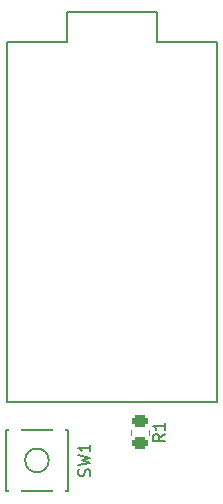
<source format=gto>
G04 #@! TF.GenerationSoftware,KiCad,Pcbnew,(6.0.5)*
G04 #@! TF.CreationDate,2022-09-29T20:04:46+08:00*
G04 #@! TF.ProjectId,4k-keypad-pro-micro,346b2d6b-6579-4706-9164-2d70726f2d6d,rev?*
G04 #@! TF.SameCoordinates,Original*
G04 #@! TF.FileFunction,Legend,Top*
G04 #@! TF.FilePolarity,Positive*
%FSLAX46Y46*%
G04 Gerber Fmt 4.6, Leading zero omitted, Abs format (unit mm)*
G04 Created by KiCad (PCBNEW (6.0.5)) date 2022-09-29 20:04:46*
%MOMM*%
%LPD*%
G01*
G04 APERTURE LIST*
G04 Aperture macros list*
%AMRoundRect*
0 Rectangle with rounded corners*
0 $1 Rounding radius*
0 $2 $3 $4 $5 $6 $7 $8 $9 X,Y pos of 4 corners*
0 Add a 4 corners polygon primitive as box body*
4,1,4,$2,$3,$4,$5,$6,$7,$8,$9,$2,$3,0*
0 Add four circle primitives for the rounded corners*
1,1,$1+$1,$2,$3*
1,1,$1+$1,$4,$5*
1,1,$1+$1,$6,$7*
1,1,$1+$1,$8,$9*
0 Add four rect primitives between the rounded corners*
20,1,$1+$1,$2,$3,$4,$5,0*
20,1,$1+$1,$4,$5,$6,$7,0*
20,1,$1+$1,$6,$7,$8,$9,0*
20,1,$1+$1,$8,$9,$2,$3,0*%
G04 Aperture macros list end*
%ADD10C,0.150000*%
%ADD11C,0.120000*%
%ADD12R,1.600000X1.600000*%
%ADD13C,1.600000*%
%ADD14R,1.100000X1.800000*%
%ADD15RoundRect,0.250000X-0.450000X0.262500X-0.450000X-0.262500X0.450000X-0.262500X0.450000X0.262500X0*%
%ADD16C,1.700000*%
%ADD17C,1.200000*%
%ADD18C,3.400000*%
G04 APERTURE END LIST*
D10*
X106862511Y-107695833D02*
X106910130Y-107552976D01*
X106910130Y-107314880D01*
X106862511Y-107219642D01*
X106814892Y-107172023D01*
X106719654Y-107124404D01*
X106624416Y-107124404D01*
X106529178Y-107172023D01*
X106481559Y-107219642D01*
X106433940Y-107314880D01*
X106386321Y-107505357D01*
X106338702Y-107600595D01*
X106291083Y-107648214D01*
X106195845Y-107695833D01*
X106100607Y-107695833D01*
X106005369Y-107648214D01*
X105957750Y-107600595D01*
X105910130Y-107505357D01*
X105910130Y-107267261D01*
X105957750Y-107124404D01*
X105910130Y-106791071D02*
X106910130Y-106552976D01*
X106195845Y-106362500D01*
X106910130Y-106172023D01*
X105910130Y-105933928D01*
X106910130Y-105029166D02*
X106910130Y-105600595D01*
X106910130Y-105314880D02*
X105910130Y-105314880D01*
X106052988Y-105410119D01*
X106148226Y-105505357D01*
X106195845Y-105600595D01*
X113227380Y-104147916D02*
X112751190Y-104481250D01*
X113227380Y-104719345D02*
X112227380Y-104719345D01*
X112227380Y-104338392D01*
X112275000Y-104243154D01*
X112322619Y-104195535D01*
X112417857Y-104147916D01*
X112560714Y-104147916D01*
X112655952Y-104195535D01*
X112703571Y-104243154D01*
X112751190Y-104338392D01*
X112751190Y-104719345D01*
X113227380Y-103195535D02*
X113227380Y-103766964D01*
X113227380Y-103481250D02*
X112227380Y-103481250D01*
X112370238Y-103576488D01*
X112465476Y-103671726D01*
X112513095Y-103766964D01*
X99793750Y-103762500D02*
X104993750Y-103762500D01*
X99793750Y-108962500D02*
X99793750Y-103762500D01*
X104993750Y-108962500D02*
X99793750Y-108962500D01*
X104993750Y-103762500D02*
X104993750Y-108962500D01*
X103393750Y-106362500D02*
G75*
G03*
X103393750Y-106362500I-1000000J0D01*
G01*
X112553750Y-68421250D02*
X112553750Y-70961250D01*
X104933750Y-70961250D02*
X104933750Y-68421250D01*
X99853750Y-70961250D02*
X99853750Y-101441250D01*
X117633750Y-101441250D02*
X99853750Y-101441250D01*
X117633750Y-70961250D02*
X117633750Y-101441250D01*
X99853750Y-70961250D02*
X104933750Y-70961250D01*
X112553750Y-70961250D02*
X117633750Y-70961250D01*
X104933750Y-68421250D02*
X112553750Y-68421250D01*
D11*
X111860000Y-103754186D02*
X111860000Y-104208314D01*
X110390000Y-103754186D02*
X110390000Y-104208314D01*
D12*
X101123750Y-72231250D03*
D13*
X101123750Y-74771250D03*
X101123750Y-77311250D03*
X101123750Y-79851250D03*
X101123750Y-82391250D03*
X101123750Y-84931250D03*
X101123750Y-87471250D03*
X101123750Y-90011250D03*
X101123750Y-92551250D03*
X101123750Y-95091250D03*
X101123750Y-97631250D03*
X101123750Y-100171250D03*
X116363750Y-100171250D03*
X116363750Y-97631250D03*
X116363750Y-95091250D03*
X116363750Y-92551250D03*
X116363750Y-90011250D03*
X116363750Y-87471250D03*
X116363750Y-84931250D03*
X116363750Y-82391250D03*
X116363750Y-79851250D03*
X116363750Y-77311250D03*
X116363750Y-74771250D03*
X116363750Y-72231250D03*
%LPC*%
D14*
X104243750Y-103262500D03*
X100543750Y-109462500D03*
X100543750Y-103262500D03*
X104243750Y-109462500D03*
D12*
X101123750Y-72231250D03*
D13*
X101123750Y-74771250D03*
X101123750Y-77311250D03*
X101123750Y-79851250D03*
X101123750Y-82391250D03*
X101123750Y-84931250D03*
X101123750Y-87471250D03*
X101123750Y-90011250D03*
X101123750Y-92551250D03*
X101123750Y-95091250D03*
X101123750Y-97631250D03*
X101123750Y-100171250D03*
X116363750Y-100171250D03*
X116363750Y-97631250D03*
X116363750Y-95091250D03*
X116363750Y-92551250D03*
X116363750Y-90011250D03*
X116363750Y-87471250D03*
X116363750Y-84931250D03*
X116363750Y-82391250D03*
X116363750Y-79851250D03*
X116363750Y-77311250D03*
X116363750Y-74771250D03*
X116363750Y-72231250D03*
D15*
X111125000Y-103068750D03*
X111125000Y-104893750D03*
D16*
X143725000Y-78550000D03*
D17*
X154445000Y-74350000D03*
D18*
X149225000Y-78550000D03*
D16*
X154725000Y-78550000D03*
D17*
X154388750Y-94225000D03*
D18*
X149168750Y-98425000D03*
D16*
X154668750Y-98425000D03*
X143668750Y-98425000D03*
X123881250Y-98425000D03*
X134881250Y-98425000D03*
D17*
X134601250Y-94225000D03*
D18*
X129381250Y-98425000D03*
D16*
X134881250Y-78550000D03*
D17*
X134601250Y-74350000D03*
D18*
X129381250Y-78550000D03*
D16*
X123881250Y-78550000D03*
M02*

</source>
